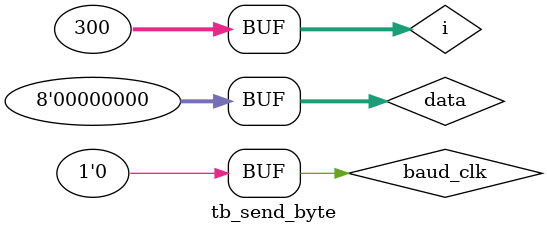
<source format=v>
`timescale 1ns / 1ps


module tb_send_byte(

    );
    
    integer i;
    reg baud_clk;
    reg [7: 0] data;
    wire tx, dt;
    wire [4:0] iter;
    
    initial
    begin
        data = 8'b00000000;
        i = 0;
        baud_clk = 0;
        for(i = 0; i < 300; i = i + 1)
        begin
            baud_clk = !baud_clk;
            #5;
        end
    end
    
    send_byte tb_send (.data(data), .baud_clk(baud_clk), .tx(tx), .dt(dt), .iter(iter));
    
    // to make this tb work you need to alte the send_byte to send i as the iter.
    
endmodule

</source>
